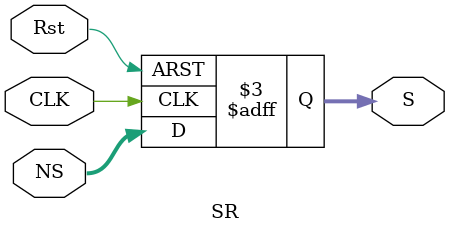
<source format=v>
module SR(CLK,S,NS,Rst);
input CLK,Rst;
input [3:0] NS;
output reg[3:0] S ;
always@(posedge CLK,posedge Rst ) begin
    if(Rst) begin
    S<=4'b0000;
    end
    else 
    S=NS;
    end
    initial begin
        S=4'b0000;
    end
    endmodule

</source>
